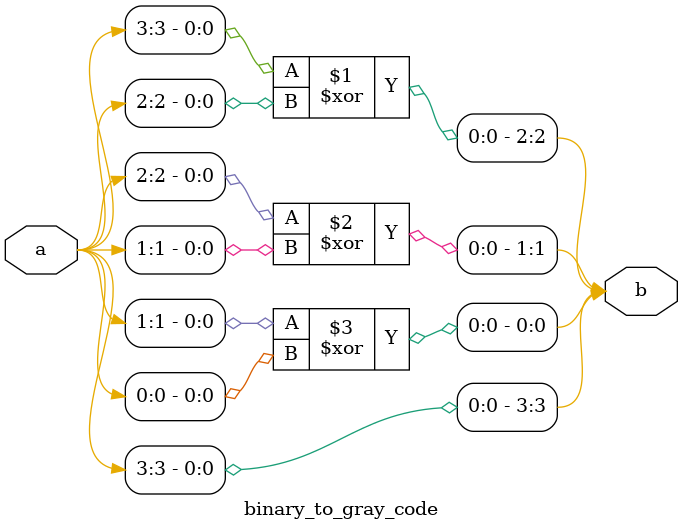
<source format=v>
module binary_to_gray_code(b, a);
	input [3:0] a;
	output [3:0] b;
	assign b[3] = a[3];
	xor(b[2], a[3], a[2]);
	xor(b[1], a[2], a[1]);
	xor(b[0], a[1], a[0]);
endmodule

</source>
